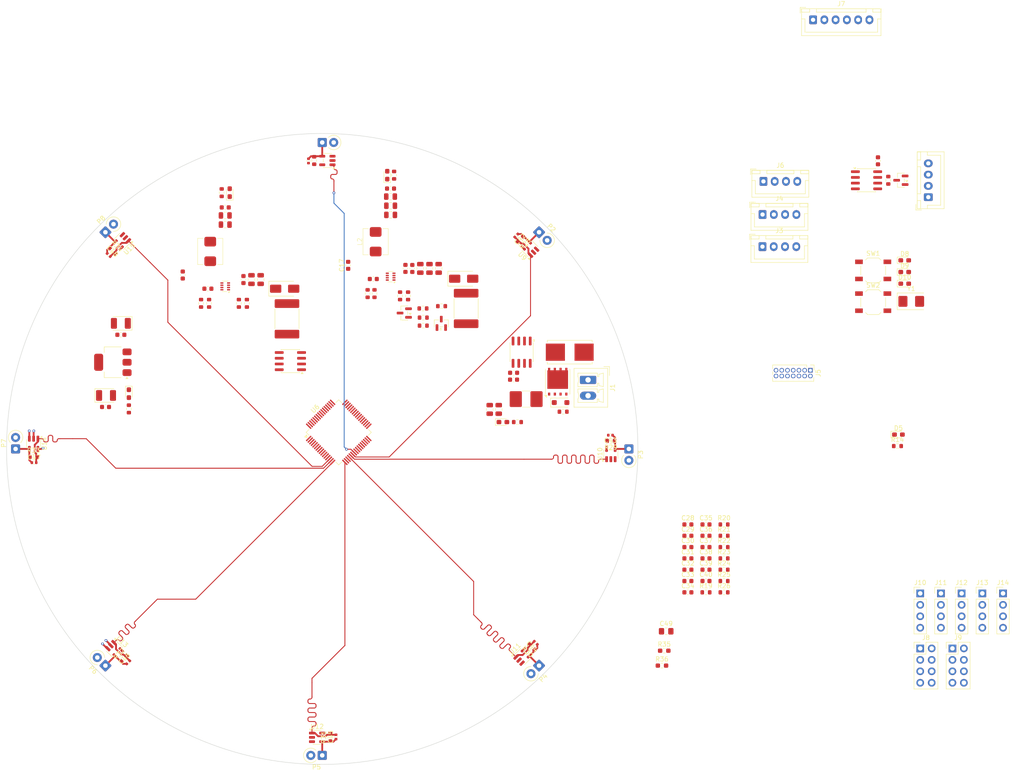
<source format=kicad_pcb>
(kicad_pcb (version 20241229) (generator "pcbnew") (generator_version "9.0")
  (layers (0 "F.Cu" signal) (2 "B.Cu" signal) (13 "F.Paste" user) (15 "B.Paste" user) (5 "F.SilkS" user "F.Silkscreen") (7 "B.SilkS" user "B.Silkscreen") (1 "F.Mask" user) (3 "B.Mask" user) (25 "Edge.Cuts" user))
  (net 0 "")
  (net 1 "Net-(U1-SW)")
  (net 2 "Net-(U1-BST)")
  (net 3 "GND")
  (net 4 "/Power/DC_CONV_IN")
  (net 5 "+5V")
  (net 6 "VCC")
  (net 7 "Net-(U1-SS)")
  (net 8 "+3V3")
  (net 9 "Net-(U5-BST)")
  (net 10 "Net-(U5-SW)")
  (net 11 "/Power/INV_CONV_IN")
  (net 12 "-5V")
  (net 13 "Net-(U5-SS)")
  (net 14 "Net-(U6-PD0)")
  (net 15 "Net-(U6-PD1)")
  (net 16 "/MCU/DBG_BTN")
  (net 17 "/MCU/NRST")
  (net 18 "Net-(P1-K)")
  (net 19 "/Photodiodes/PHO_0")
  (net 20 "/Photodiodes/PHO_1")
  (net 21 "Net-(P2-K)")
  (net 22 "/Photodiodes/PHO_2")
  (net 23 "Net-(P3-K)")
  (net 24 "/Photodiodes/PHO_3")
  (net 25 "Net-(P4-K)")
  (net 26 "Net-(P5-K)")
  (net 27 "/Photodiodes/PHO_4")
  (net 28 "Net-(P6-K)")
  (net 29 "/Photodiodes/PHO_5")
  (net 30 "Net-(P7-K)")
  (net 31 "/Photodiodes/PHO_6")
  (net 32 "Net-(P8-K)")
  (net 33 "/Photodiodes/PHO_7")
  (net 34 "/Photodiodes/V_{REF}")
  (net 35 "Net-(D1-A)")
  (net 36 "/Power/R_SHUNT_+")
  (net 37 "Net-(D2-A)")
  (net 38 "Net-(D3-A)")
  (net 39 "Net-(D4-K)")
  (net 40 "Net-(D5-A)")
  (net 41 "Net-(D6-A)")
  (net 42 "Net-(D7-A)")
  (net 43 "Net-(D8-A)")
  (net 44 "Net-(D9-A)")
  (net 45 "Net-(D10-A)")
  (net 46 "/Communication/RS485-")
  (net 47 "/Communication/RS485+")
  (net 48 "Net-(Q1-D)")
  (net 49 "/Power/VSUP+")
  (net 50 "/Communication/Li-Dar_TX")
  (net 51 "/Communication/Li-Dar_RX")
  (net 52 "/Communication/ESP32_TX")
  (net 53 "/Communication/ESP32_RX")
  (net 54 "/Communication/VCP_RX")
  (net 55 "/Communication/SWCLK")
  (net 58 "/Communication/VCP_TX")
  (net 60 "/Communication/SWDIO")
  (net 63 "/MCU/I2C1_SCL")
  (net 64 "/MCU/I2C1_SDA")
  (net 65 "/Communication/SPI_MISO")
  (net 66 "/Communication/SPI_SCK")
  (net 67 "/Communication/CS")
  (net 68 "/Communication/SPI_MOSI")
  (net 69 "/GPIO/GPIO_1")
  (net 71 "/GPIO/GPIO_2")
  (net 72 "/GPIO/GPIO_3")
  (net 73 "/GPIO/GPIO_4")
  (net 74 "/GPIO/GPIO_6")
  (net 75 "/GPIO/GPIO_7")
  (net 76 "/GPIO/GPIO_5")
  (net 77 "/GPIO/GPIO_8")
  (net 78 "/GPIO/GPIO_11")
  (net 79 "/GPIO/GPIO_9")
  (net 80 "/GPIO/GPIO_10")
  (net 81 "/GPIO/GPIO_15")
  (net 82 "/GPIO/GPIO_13")
  (net 83 "/GPIO/GPIO_12")
  (net 84 "/GPIO/GPIO_14")
  (net 85 "/GPIO/GPIO_17")
  (net 86 "/GPIO/GPIO_19")
  (net 87 "/GPIO/GPIO_16")
  (net 88 "/GPIO/GPIO_18")
  (net 89 "Net-(Q2-E)")
  (net 90 "Net-(Q2-B)")
  (net 91 "Net-(U1-EN)")
  (net 92 "Net-(U1-FB)")
  (net 93 "Net-(U3-K)")
  (net 94 "/Power/EN_INV")
  (net 95 "Net-(U3-REF)")
  (net 96 "Net-(U5-FB)")
  (net 97 "/MCU/BOOT")
  (net 98 "/MCU/DBG_LED2")
  (net 99 "/MCU/DBG_LED1")
  (net 100 "/MCU/DBG_LED0")
  (net 101 "/Communication/RS485_FC")
  (net 102 "/Communication/RS485_DI")
  (net 103 "/Communication/RS485_RO")
  (footprint "Package_QFP:LQFP-64_10x10mm_P0.5mm" (layer "F.Cu") (at 131.629315 111.563315 45)
    (property "Reference" "U6")
    (property "Value" "STM32F103RCTx")
  )
  (footprint "Connector_JST:JST_XH_B4B-XH-A_1x04_P2.50mm_Vertical" (layer "F.Cu") (at 225.612 63.229)
    (property "Reference" "J4")
    (property "Value" "ESP32_UART")
  )
  (footprint "LED_SMD:LED_0603_1608Metric_Pad1.05x0.95mm_HandSolder" (layer "F.Cu") (at 168.035246 109.28682)
    (property "Reference" "D5" (hide yes))
    (property "Value" "LED")
  )
  (footprint "Diode_THT:D_T-1_P2.54mm_Vertical_KathodeUp" (layer "F.Cu") (at 127.968893 47.244)
    (property "Reference" "P1" (hide yes))
    (property "Value" "BPV10NF")
  )
  (footprint "Capacitor_SMD:C_0603_1608Metric" (layer "F.Cu") (at 79.911 105.932)
    (property "Reference" "C13" (hide yes))
    (property "Value" "10u")
  )
  (footprint "Resistor_SMD:R_0603_1608Metric" (layer "F.Cu") (at 217.075 147.066)
    (property "Reference" "R26")
    (property "Value" "1.5k")
  )
  (footprint "Capacitor_SMD:C_0805_2012Metric" (layer "F.Cu") (at 114.308116 77.658056 90)
    (property "Reference" "C3" (hide yes))
    (property "Value" "10u")
  )
  (footprint "Capacitor_SMD:C_0402_1005Metric" (layer "F.Cu") (at 64.060893 118.292)
    (property "Reference" "C47")
    (property "Value" "2.7p")
  )
  (footprint "Capacitor_SMD:C_0603_1608Metric" (layer "F.Cu") (at 102.611116 79.690056 180)
    (property "Reference" "C10" (hide yes))
    (property "Value" "22n")
  )
  (footprint "Capacitor_SMD:C_0603_1608Metric" (layer "F.Cu") (at 133.7165 74.501 90)
    (property "Reference" "C17")
    (property "Value" "100n")
  )
  (footprint "Connector_PinHeader_1.27mm:PinHeader_2x07_P1.27mm_Vertical" (layer "F.Cu") (at 236.22 97.79 -90)
    (property "Reference" "J5")
    (property "Value" "Conn_ST_STDC14")
  )
  (footprint "Capacitor_SMD:C_0805_2012Metric" (layer "F.Cu") (at 165.110246 106.47532 -90)
    (property "Reference" "C9" (hide yes))
    (property "Value" "10u")
  )
  (footprint "Capacitor_SMD:C_0402_1005Metric" (layer "F.Cu") (at 84.934373 162.589042 45)
    (property "Reference" "C46")
    (property "Value" "2.7p")
  )
  (footprint "Connector_JST:JST_XH_B4B-XH-A_1x04_P2.50mm_Vertical" (layer "F.Cu") (at 225.806 55.88)
    (property "Reference" "J6")
    (property "Value" "I2C")
  )
  (footprint "Capacitor_SMD:C_0603_1608Metric" (layer "F.Cu") (at 146.4165 75.184 90)
    (property "Reference" "C22" (hide yes))
    (property "Value" "100n")
  )
  (footprint "Resistor_SMD:R_0603_1608Metric" (layer "F.Cu") (at 150.368 86.106 180)
    (property "Reference" "R8" (hide yes))
    (property "Value" "10k")
  )
  (footprint "Resistor_SMD:R_0603_1608Metric_Pad0.98x0.95mm_HandSolder" (layer "F.Cu") (at 203.3035 163.322)
    (property "Reference" "R36")
    (property "Value" "280")
  )
  (footprint "Resistor_SMD:R_0603_1608Metric" (layer "F.Cu") (at 150.368 87.884 180)
    (property "Reference" "R7" (hide yes))
    (property "Value" "51k")
  )
  (footprint "Capacitor_SMD:C_0603_1608Metric" (layer "F.Cu") (at 213.065 139.536)
    (property "Reference" "C38")
    (property "Value" "100n")
  )
  (footprint "Capacitor_Tantalum_SMD:CP_EIA-3528-21_Kemet-B" (layer "F.Cu") (at 83.312 87.376 180)
    (property "Reference" "C11" (hide yes))
    (property "Value" "100u")
  )
  (footprint "Resistor_SMD:R_0603_1608Metric" (layer "F.Cu") (at 111.260116 82.929056 -90)
    (property "Reference" "R2" (hide yes))
    (property "Value" "270k")
  )
  (footprint "Package_DFN_QFN:AO_DFN-8-1EP_5.55x5.2mm_P1.27mm_EP4.12x4.6mm" (layer "F.Cu") (at 180.186246 100.32332 90)
    (property "Reference" "Q1" (hide yes))
    (property "Value" "AON6407")
  )
  (footprint "Diode_SMD:D_SOD-123F" (layer "F.Cu") (at 180.820246 104.95132)
    (property "Reference" "D2" (hide yes))
    (property "Value" "BZT52B12")
  )
  (footprint "Connector_JST:JST_XH_B6B-XH-A_1x06_P2.50mm_Vertical" (layer "F.Cu") (at 236.812 20.026)
    (property "Reference" "J7")
    (property "Value" "SPI_IMU")
  )
  (footprint "Resistor_SMD:R_0603_1608Metric" (layer "F.Cu") (at 217.075 137.026)
    (property "Reference" "R22")
    (property "Value" "10k")
  )
  (footprint "Package_TO_SOT_SMD:SOT-23-5" (layer "F.Cu") (at 126.831394 179.246)
    (property "Reference" "U12")
    (property "Value" "OPA397DBVR")
  )
  (footprint "Capacitor_SMD:C_0603_1608Metric" (layer "F.Cu") (at 251.206 51.308 -90)
    (property "Reference" "C50" (hide yes))
    (property "Value" "100n")
  )
  (footprint "Connector_PinHeader_2.54mm:PinHeader_1x04_P2.54mm_Vertical" (layer "F.Cu") (at 278.936 147.302)
    (property "Reference" "J14")
    (property "Value" "Conn_01x04")
  )
  (footprint "Resistor_SMD:R_0603_1608Metric" (layer "F.Cu") (at 147.003 81.28 90)
    (property "Reference" "R9" (hide yes))
    (property "Value" "62k")
  )
  (footprint "Exit19_kicad_footprints:R_Shunt_2512" (layer "F.Cu") (at 173.186246 104.18932 180)
    (property "Reference" "R1" (hide yes))
    (property "Value" "2m")
  )
  (footprint "Resistor_SMD:R_0603_1608Metric" (layer "F.Cu") (at 105.672116 58.376556 90)
    (property "Reference" "R15" (hide yes))
    (property "Value" "4.7k")
  )
  (footprint "Resistor_SMD:R_0603_1608Metric" (layer "F.Cu") (at 217.075 134.516)
    (property "Reference" "R21")
    (property "Value" "2.2k")
  )
  (footprint "Capacitor_SMD:C_0805_2012Metric" (layer "F.Cu") (at 106.456116 63.434056)
    (property "Reference" "C6" (hide yes))
    (property "Value" "22u")
  )
  (footprint "Diode_THT:D_T-1_P2.54mm_Vertical_KathodeUp" (layer "F.Cu") (at 79.885631 163.327261 135)
    (property "Reference" "P6")
    (property "Value" "BPV10NF")
  )
  (footprint "LED_SMD:LED_0603_1608Metric_Pad1.05x0.95mm_HandSolder" (layer "F.Cu") (at 142.3845 54.497 90)
    (property "Reference" "D4" (hide yes))
    (property "Value" "LED")
  )
  (footprint "Capacitor_SMD:C_0603_1608Metric" (layer "F.Cu") (at 97.036116 76.655056 90)
    (property "Reference" "C1" (hide yes))
    (property "Value" "100n")
  )
  (footprint "Button_Switch_SMD:SW_SPST_TL3342" (layer "F.Cu") (at 250.142 82.676)
    (property "Reference" "SW2")
    (property "Value" "RST")
  )
  (footprint "Resistor_SMD:R_0603_1608Metric" (layer "F.Cu") (at 253.492 55.626 -90)
    (property "Reference" "R37" (hide yes))
    (property "Value" "120R")
  )
  (footprint "Diode_THT:D_T-1_P2.54mm_Vertical_KathodeUp" (layer "F.Cu") (at 59.968893 115.244 90)
    (property "Reference" "P7")
    (property "Value" "BPV10NF")
  )
  (footprint "Connector_JST:JST_XH_B4B-XH-A_1x04_P2.50mm_Vertical" (layer "F.Cu") (at 262.365 59.376 90)
    (property "Reference" "J2" (hide yes))
    (property "Value" "Dynamixel")
  )
  (footprint "Capacitor_SMD:C_0402_1005Metric" (layer "F.Cu") (at 124.920893 51.336 -90)
    (property "Reference" "C41" (hide yes))
    (property "Value" "2.7p")
  )
  (footprint "Fuse:Fuse_2920_7451Metric" (layer "F.Cu") (at 159.8785 84.074 90)
    (property "Reference" "F3" (hide yes))
    (property "Value" "2A")
  )
  (footprint "Fuse:Fuse_2920_7451Metric" (layer "F.Cu") (at 120.150116 86.379556 90)
    (property "Reference" "F2" (hide yes))
    (property "Value" "2A")
  )
  (footprint "Connector_PinHeader_2.54mm:PinHeader_1x04_P2.54mm_Vertical" (layer "F.Cu") (at 269.756 147.302)
    (property "Reference" "J12")
    (property "Value" "Conn_01x04")
  )
  (footprint "Resistor_SMD:R_0603_1608Metric" (layer "F.Cu") (at 83.972001 161.755363 45)
    (property "Reference" "R32")
    (property "Value" "39k")
  )
  (footprint "LED_SMD:LED_0603_1608Metric_Pad1.05x0.95mm_HandSolder" (layer "F.Cu") (at 257.137 78.576)
    (property "Reference" "D10")
    (property "Value" "BLUE")
  )
  (footprint "LED_SMD:LED_0603_1608Metric_Pad1.05x0.95mm_HandSolder" (layer "F.Cu") (at 85.09 102.983 -90)
    (property "Reference" "D7" (hide yes))
    (property "Value" "LED")
  )
  (footprint "Capacitor_SMD:C_0805_2012Metric" (layer "F.Cu") (at 149.7185 75.184 90)
    (property "Reference" "C18" (hide yes))
    (property "Value" "10u")
  )
  (footprint "Capacitor_SMD:C_0603_1608Metric" (layer "F.Cu") (at 209.055 142.046)
    (property "Reference" "C32")
    (property "Value" "100n")
  )
  (footprint "Resistor_SMD:R_0603_1608Metric" (layer "F.Cu") (at 191.967893 113.466001 180)
    (property "Reference" "R29")
    (property "Value" "39k")
  )
  (footprint "Resistor_SMD:R_0603_1608Metric" (layer "F.Cu") (at 63.969893 117.022)
    (property "Reference" "R33")
    (property "Value" "39k")
  )
  (footprint "Capacitor_SMD:C_0805_2012Metric" (layer "F.Cu") (at 106.456116 65.466056)
    (property "Reference" "C7" (hide yes))
    (property "Value" "22u")
  )
  (footprint "Connector_Phoenix_MC:PhoenixContact_MCV_1,5_2-G-3.5_1x02_P3.50mm_Vertical" (layer "F.Cu") (at 186.916246 99.92732 -90)
    (property "Reference" "J1")
    (property "Value" "12V IN")
  )
  (footprint "Capacitor_SMD:C_0603_1608Metric" (layer "F.Cu") (at 209.055 134.516)
    (property "Reference" "C29")
    (property "Value" "100n")
  )
  (footprint "Diode_SMD:D_SMA" (layer "F.Cu") (at 119.642116 79.690056)
    (property "Reference" "D1" (hide yes))
    (property "Value" "SS34")
  )
  (footprint "Connector_PinHeader_2.54mm:PinHeader_1x04_P2.54mm_Vertical" (layer "F.Cu") (at 260.576 147.302)
    (property "Reference" "J10")
    (property "Value" "Conn_01x04")
  )
  (footprint "Package_TO_SOT_SMD:SOT-23-5" (layer "F.Cu") (at 83.516977 69.183416 -135)
    (property "Reference" "U15")
    (property "Value" "OPA397DBVR")
  )
  (footprint "Package_SO:SOIC-8_3.9x4.9mm_P1.27mm" (layer "F.Cu") (at 248.666 55.626)
    (property "Reference" "U16" (hide yes))
    (property "Value" "SP3485CN")
  )
  (footprint "Package_TO_SOT_SMD:SOT-23" (layer "F.Cu") (at 154.369 87.376 90)
    (property "Reference" "U3" (hide yes))
    (property "Value" "LM431BMC3")
  )
  (footprint "Resistor_SMD:R_0603_1608Metric" (layer "F.Cu") (at 217.075 139.536)
    (property "Reference" "R23")
    (property "Value" "10k")
  )
  (footprint "Resistor_SMD:R_0603_1608Metric" (layer "F.Cu") (at 81.457529 71.247108 -45)
    (property "Reference" "R34")
    (property "Value" "39k")
  )
  (footprint "Capacitor_SMD:C_0603_1608Metric" (layer "F.Cu") (at 213.065 134.516)
    (property "Reference" "C36")
    (property "Value" "33p")
  )
  (footprint "Capacitor_SMD:C_0805_2012Metric_Pad1.18x1.45mm_HandSolder" (layer "F.Cu") (at 204.2375 155.702)
    (property "Reference" "C49")
    (property "Value" "1u")
  )
  (footprint "Package_TO_SOT_SMD:SOT-23-5" (layer "F.Cu") (at 81.908309 159.695915 -45)
    (property "Reference" "U13")
    (property "Value" "OPA397DBVR")
  )
  (footprint "Resistor_SMD:R_0603_1608Metric" (layer "F.Cu") (at 143.9085 54.497 -90)
    (property "Reference" "R13" (hide yes))
    (property "Value" "4.7k")
  )
  (footprint "Package_TO_SOT_SMD:SOT-583-8" (layer "F.Cu") (at 143.1365 77.016 180)
    (property "Reference" "U5" (hide yes))
    (property "Value" "TPS62933")
  )
  (footprint "Capacitor_SMD:C_0805_2012Metric" (layer "F.Cu") (at 143.1145 59.248)
    (property "Reference" "C26" (hide yes))
    (property "Value" "22u")
  )
  (footprint "Package_TO_SOT_SMD:SOT-23-5" (layer "F.Cu") (at 191.970893 116.3815 90)
    (property "Reference" "U10")
    (property "Value" "OPA397DBVR")
  )
  (footprint "Diode_THT:D_T-1_P2.54mm_Vertical_KathodeUp" (layer "F.Cu") (at 79.885631 67.160738 45)
    (property "Reference" "P8")
    (property "Value" "BPV10NF")
  )
  (footprint "Capacitor_SMD:C_0805_2012Metric" (layer "F.Cu") (at 153.7825 75.184 90)
    (property "Reference" "C19" (hide yes))
    (property "Value" "10u")
  )
  (footprint "Resistor_SMD:R_0603_1608Metric" (layer "F.Cu") (at 181.391246 106.98332 180)
    (property "Reference" "R6" (hide yes))
    (property "Value" "10k")
  )
  (footprint "Capacitor_SMD:C_0603_1608Metric" (layer "F.Cu") (at 106.456116 61.656056)
    (property "Reference" "C5" (hide yes))
    (property "Value" "100n")
  )
  (footprint "Resistor_SMD:R_0603_1608Metric" (layer "F.Cu") (at 217.075 142.046)
    (property "Reference" "R24")
    (property "Value" "2.2k")
  )
  (footprint "Resistor_SMD:R_0603_1608Metric" (layer "F.Cu") (at 171.965784 68.732636 -135)
    (property "Reference" "R28")
    (property "Value" "39k")
  )
  (footprint "Resistor_SMD:R_0603_1608Metric" (layer "F.Cu") (at 129.746893 179.243 90)
    (property "Reference" "R31")
    (property "Value" "39k")
  )
  (footprint "Capacitor_SMD:C_0402_1005Metric" (layer "F.Cu") (at 171.003412 67.898957 -135)
    (property "Reference" "C42")
    (property "Value" "2.7p")
  )
  (footprint "Exit19_kicad_footprints:Inductor_TKD_SPM5030VT" (layer "F.Cu") (at 139.8125 69.265 90)
    (property "Reference" "L2")
    (property "Value" "3.3u")
  )
  (footprint "Resistor_SMD:R_0603_1608Metric" (layer "F.Cu") (at 150.305 84.074)
    (property "Reference" "R10" (hide yes))
    (property "Value" "20k")
  )
  (footprint "Capacitor_SMD:C_0603_1608Metric" (layer "F.Cu") (at 83.312 89.916 180)
    (property "Reference" "C12" (hide yes))
    (property "Value" "10u")
  )
  (footprint "Capacitor_SMD:C_0603_1608Metric" (layer "F.Cu") (at 209.055 139.536)
    (property "Reference" "C31")
    (property "Value" "100n")
  )
  (footprint "Capacitor_SMD:C_0805_2012Metric" (layer "F.Cu") (at 112.276116 77.658056 90)
    (property "Reference" "C2" (hide yes))
    (property "Value" "10u")
  )
  (footprint "LED_SMD:LED_0603_1608Metric_Pad1.05x0.95mm_HandSolder" (layer "F.Cu") (at 257.137 73.396)
    (property "Reference" "D8")
    (property "Value" "RED")
  )
  (footprint "Resistor_SMD:R_0603_1608Metric" (layer "F.Cu") (at 85.09 106.363 90)
    (property "Reference" "R16" (hide yes))
    (property "Value" "2.2k")
  )
  (footprint "Resistor_SMD:R_0603_1608Metric" (layer "F.Cu") (at 213.065 147.066)
    (property "Reference" "R19")
    (property "Value" "10k")
  )
  (footprint "Diode_THT:D_T-1_P2.54mm_Vertical_KathodeUp" (layer "F.Cu") (at 176.052154 163.327261 -135)
    (property "Reference" "P4")
    (property "Value" "BPV10NF")
  )
  (footprint "Resistor_SMD:R_0603_1608Metric" (layer "F.Cu") (at 138.0345 80.772 90)
    (property "Reference" "R18" (hide yes))
    (property "Value" "6.2k")
  )
  (footprint "Capacitor_SMD:C_0805_2012Metric" (layer "F.Cu") (at 143.1365 61.28)
    (property "Reference" "C25" (hide yes))
    (property "Value" "22u")
  )
  (footprint "Package_TO_SOT_SMD:SOT-223-3_TabPin2" (layer "F.Cu") (at 81.534 96.012 180)
    (property "Reference" "U2" (hide yes))
    (property "Value" "TLV761")
  )
  (footprint "Resistor_SMD:R_0603_1608Metric" (layer "F.Cu") (at 171.259246 109.28682 180)
    (property "Reference" "R14" (hide yes))
    (property "Value" "14k")
  )
  (footprint "Connector_PinHeader_2.54mm:PinHeader_2x04_P2.54mm_Vertical" (layer "F.Cu") (at 267.716 159.512)
    (property "Reference" "J9")
    (property "Value" "Conn_02x04_Odd_Even")
  )
  (footprint "Capacitor_SMD:C_0402_1005Metric" (layer "F.Cu") (at 80.62385 72.20948 -45)
    (property "Reference" "C48")
    (property "Value" "2.7p")
  )
  (footprint "Resistor_SMD:R_0603_1608Metric" (layer "F.Cu") (at 101.100116 82.929056 -90)
    (property "Reference" "R3" (hide yes))
    (property "Value" "33k")
  )
  (footprint "Capacitor_SMD:C_0603_1608Metric" (layer "F.Cu") (at 213.065 142.046)
    (property "Reference" "C39")
    (property "Value" "100n")
  )
  (footprint "Connector_PinHeader_2.54mm:PinHeader_2x04_P2.54mm_Vertical" (layer "F.Cu") (at 260.576 159.512)
    (property "Reference" "J8")
    (property "Value" "Conn_02x04_Odd_Even")
  )
  (footprint "Resistor_SMD:R_0603_1608Metric" (layer "F.Cu") (at 139.5585 80.772 90)
    (property "Reference" "R17" (hide yes))
    (property "Value" "33k")
  )
  (footprint "Exit19_kicad_footprints:Inductor_TKD_SPM5030VT" (layer "F.Cu") (at 103.132116 71.419056 90)
    (property "Reference" "L1" (hide yes))
    (property "Value" "3.3u")
  )
  (footprint "Resistor_SMD:R_0603_1608Metric_Pad0.98x0.95mm_HandSolder" (layer "F.Cu") (at 203.8115 160.02)
    (property "Reference" "R35")
    (property "Value" "13.7k")
  )
  (footprint "Capacitor_SMD:C_0603_1608Metric" (layer "F.Cu") (at 213.065 132.006)
    (property "Reference" "C35")
    (property "Value" "1u")
  )
  (footprint "LED_SMD:LED_0603_1608Metric_Pad1.05x0.95mm_HandSolder" (layer "F.Cu") (at 255.743 112.06)
    (property "Reference" "D5")
    (property "Value" "LED")
  )
  (footprint "Capacitor_SMD:C_0603_1608Metric" (layer "F.Cu") (at 213.065 137.026)
    (property "Reference" "C37")
    (property "Value" "33p")
  )
  (footprint "Resistor_SMD:R_0603_1608Metric" (layer "F.Cu") (at 217.075 132.006)
    (property "Reference" "R20")
    (property "Value" "2.2k")
  )
  (footprint "Capacitor_SMD:C_0603_1608Metric" (layer "F.Cu") (at 143.1145 57.47)
    (property "Reference" "C23" (hide yes))
    (property "Value" "100n")
  )
  (footprint "Connector_PinHeader_2.54mm:PinHeader_1x04_P2.54mm_Vertical" (layer "F.Cu") (at 265.166 147.302)
    (property "Reference" "J11")
    (property "Value" "Conn_01x04")
  )
  (footprint "Capacitor_SMD:C_0805_2012Metric" (layer "F.Cu") (at 143.1365 63.312)
    (property "Reference" "C24" (hide yes))
    (property "Value" "22u")
  )
  (footprint "LED_SMD:LED_0603_1608Metric_Pad1.05x0.95mm_HandSolder" (layer "F.Cu") (at 257.137 75.986)
    (property "Reference" "D9")
    (property "Value" "BLUE")
  )
  (footprint "Capacitor_SMD:C_0603_1608Metric" (layer "F.Cu") (at 110.498116 77.658056 90)
    (property "Reference" "C4" (hide yes))
    (property "Value" "100n")
  )
  (footprint "Diode_THT:D_T-1_P2.54mm_Vertical_KathodeUp" (layer "F.Cu") (at 195.968893 115.244 -90)
    (property "Reference" "P3")
    (property "Value" "BPV10NF")
  )
  (footprint "Resistor_SMD:R_0603_1608Metric" (layer "F.Cu") (at 102.878116 82.929056 -90)
    (property "Reference" "R5" (hide yes))
    (property "Value" "6.2k")
  )
  (footprint "Resistor_SMD:R_0603_1608Metric" (layer "F.Cu") (at 255.528 114.61)
    (property "Reference" "R14")
    (property "Value" "14k")
  )
  (footprint "Diode_SMD:D_SMA" (layer "F.Cu") (at 159.3385 77.47)
    (property "Reference" "D3" (hide yes))
    (property "Value" "SS34")
  )
  (footprint "Capacitor_SMD:C_0603_1608Metric" (layer "F.Cu") (at 139.2915 77.536 180)
    (property "Reference" "C27" (hide yes))
    (property "Value" "22n")
  )
  (footprint "Capacitor_SMD:C_0805_2012Metric" (layer "F.Cu") (at 167.104246 106.47532 -90)
    (property "Reference" "C8" (hide yes))
    (property "Value" "10u")
  )
  (footprint "Capacitor_SMD:C_0603_1608Metric" (layer "F.Cu") (at 209.055 147.066)
    (property "Reference" "C34")
    (property "Value" "10n")
  )
  (footprint "Resistor_SMD:R_0603_1608Metric" (layer "F.Cu") (at 217.075 144.556)
    (property "Reference" "R25")
    (property "Value" "1.5k")
  )
  (footprint "LED_SMD:LED_0603_1608Metric_Pad1.05x0.95mm_HandSolder" (layer "F.Cu") (at 107.450116 58.376556 90)
    (property "Reference" "D6" (hide yes))
    (property "Value" "LED")
  )
  (footprint "Capacitor_SMD:C_0603_1608Metric" (layer "F.Cu") (at 213.065 144.556)
    (property "Reference" "C40")
    (property "Value" "100n")
  )
  (footprint "Resistor_SMD:R_0603_1608Metric" (layer "F.Cu") (at 145.225 81.28 -90)
    (property "Reference" "R11" (hide yes))
    (property "Value" "12k")
  )
  (footprint "Package_TO_SOT_SMD:SOT-23" (layer "F.Cu") (at 256.286 55.626 180)
    (property "Reference" "D11" (hide yes))
    (property "Value" "SM712_SOT23")
  )
  (footprint "Capacitor_SMD:C_0805_2012Metric" (layer "F.Cu") (at 151.7505 75.184 90)
    (property "Reference" "C20" (hide yes))
    (property "Value" "10u")
  )
  (footprint "Package_TO_SOT_SMD:SOT-23-5" (layer "F.Cu") (at 129.106393 51.242 180)
    (property "Reference" "U8" (hide yes))
    (property "Value" "OPA397DBVR")
  )
  (footprint "Resistor_SMD:R_0603_1608Metric" (layer "F.Cu") (at 109.482116 82.929056 -90)
    (property "Reference" "R4" (hide yes))
    (property "Value" "470k")
  )
  (footprint "Package_TO_SOT_SMD:SOT-23-5" (layer "F.Cu") (at 174.029476 70.792084 135)
    (property "Reference" "U9")
    (property "Value" "OPA397DBVR")
  )
  (footprint "Fuse:Fuseholder_Littelfuse_Nano2_154x" (layer "F.Cu") (at 182.852246 93.77532 180)
    (property "Reference" "F1" (hide yes))
    (property "Value" "10A")
  )
  (footprint "Capacitor_SMD:C_0603_1608Metric" (layer "F.Cu") (at 170.393246 99.87132)
    (property "Reference" "C15" (hide yes))
    (property "Value" "10u")
  )
  (footprint "Diode_THT:D_T-1_P2.54mm_Vertical_KathodeUp" (layer "F.Cu") (at 176.052154 67.160738 -45)
    (property "Reference" "P2")
    (property "Value" "BPV10NF")
  )
  (footprint "Connector_JST:JST_XH_B4B-XH-A_1x04_P2.50mm_Vertical" (layer "F.Cu") (at 225.592 70.358)
    (property "Reference" "J3")
    (property "Value" "Li-Dar_UART")
  )
  (footprint "Capacitor_SMD:C_0402_1005Metric" (layer "F.Cu") (at 175.313935 158.278519 135)
    (property "Reference" "C44")
    (property "Value" "2.7p")
  )
  (footprint "Package_TO_SOT_SMD:SOT-23-5" (layer "F.Cu") (at 172.420808 161.304583 45)
    (property "Reference" "U11")
    (property "Value" "OPA397DBVR")
  )
  (footprint "Capacitor_SMD:C_0603_1608Metric" (layer "F.Cu") (at 147.9405 75.197 90)
    (property "Reference" "C21" (hide yes))
    (property "Value" "100n")
  )
  (footprint "Capacitor_SMD:C_0603_1608Metric" (layer "F.Cu") (at 209.055 132.006)
    (property "Reference" "C28")
    (property "Value" "4.7u")
  )
  (footprint "Resistor_SMD:R_0603_1608Metric" (layer "F.Cu") (at 126.190893 51.245 -90)
    (property "Reference" "R27" (hide yes))
    (property "Value" "39k")
  )
  (footprint "Package_TO_SOT_SMD:SOT-23-5" (layer "F.Cu") (at 63.966893 114.106501 -90)
    (property "Reference" "U14")
    (property "Value" "OPA397DBVR")
  )
  (footprint "Package_TO_SOT_SMD:SOT-23" (layer "F.Cu") (at 146.1625 85.09 180)
    (property "Reference" "Q2" (hide yes))
    (property "Value" "S9015")
  )
  (footprint "Capacitor_SMD:C_0603_1608Metric" (layer "F.Cu") (at 209.055 137.026)
    (property "Reference" "C30")
    (property "Value" "100n")
  )
  (footprint "Button_Switch_SMD:SW_SPST_TL3342" (layer "F.Cu") (at 250.142 75.626)
    (property "Reference" "SW1")
    (property "Value" "DBG_BUTT")
  )
  (footprint "Resistor_SMD:R_0603_1608Metric" (layer "F.Cu") (at 154.432 83.566 180)
    (property "Reference" "R12" (hide yes))
    (property "Value" "10k")
  )
  (footprint "Capacitor_Tantalum_SMD:CP_EIA-3528-21_Kemet-B" (layer "F.Cu") (at 80.026 103.378)
    (property "Reference" "C14" (hide yes))
    (property "Value" "100u")
  )
  (footprint "Package_SO:SOIC-8_3.9x4.9mm_P1.27mm" (layer "F.Cu") (at 172.184246 93.77532 -90)
    (property "Reference" "U4" (hide yes))
    (property "Value" "INA219AxD")
  )
  (footprint "Package_TO_SOT_SMD:SOT-583-8" (layer "F.Cu") (at 106.456116 79.170056 180)
    (property "Reference" "U1" (hide yes))
    (property "Value" "TPS62933")
  )
  (footprint "Resistor_SMD:R_0603_1608Metric" (layer "F.Cu") (at 174.480256 159.240891 135)
    (property "Reference" "R30")
    (property "Value" "39k")
  )
  (footprint "Capacitor_SMD:C_0603_1608Metric" (layer "F.Cu") (at 170.406246 98.34732)
    (property "Reference" "C16" (hide yes))
    (property "Value" "100n")
  )
  (footprint "Capacitor_SMD:C_0402_1005Metric" (layer "F.Cu") (at 191.876893 112.196001 180)
    (property "Reference" "C43")
    (property "Value" "2.7p")
  )
  (footprint "Capacitor_SMD:C_0603_1608Metric" (layer "F.Cu") (at 209.055 144.556)
    (property "Reference" "C33")
    (property "Value" "100n")
  )
  (footprint "Connector_PinHeader_2.54mm:PinHeader_1x04_P2.54mm_Vertical" (layer "F.Cu") (at 274.346 147.302)
    (property "Reference" "J13")
    (property "Value" "Conn_01x04")
  )
  (footprint "Diode_THT:D_T-1_P2.54mm_Vertical_KathodeUp" (layer "F.Cu") (at 127.968893 183.244 180)
    (property "Reference" "P5")
    (property "Value" "BPV10NF")
  )
  (footprint "Crystal:Crystal_SMD_5032-2Pin_5.0x3.2mm" (layer "F.Cu") (at 258.587 82.496)
    (property "Reference" "Y1")
    (property "Value" "8MHz")
  )
  (footprint "Package_SO:SOIC-8_3.9x4.9mm_P1.27mm" (layer "F.Cu") (at 120.904 95.758 180)
    (property "Reference" "U7" (hide yes))
    (property "Value" "FM24C64B")
  )
  (footprint "Capacitor_SMD:C_0402_1005Metric" (layer "F.Cu") (at 131.016893 179.152001 90)
    (property "Reference" "C45")
    (property "Value" "2.7p")
  )
  (gr_circle (center 127.968893 115.244) (end 197.968893 115.244) (stroke (width 0.1)) (fill no) (layer "Edge.Cuts"))
  (segment (start 64.916893 115.244001) (end 65.857999 115.244001) (width 0.4) (layer "F.Cu") (net 5))
  (segment (start 65.857999 115.244001) (end 66.04 115.062) (width 0.4) (layer "F.Cu") (net 5))
  (via (at 66.04 115.062) (size 0.6) (drill 0.3) (layers "F.Cu" "B.Cu") (net 5))
  (segment (start 63.966893 112.969001) (end 63.966893 111.293107) (width 0.4) (layer "F.Cu") (net 12))
  (segment (start 80.01 157.734) (end 81.103975 158.827975) (width 0.4) (layer "F.Cu") (net 12))
  (segment (start 63.966893 111.293107) (end 64.008 111.252) (width 0.4) (layer "F.Cu") (net 12))
  (segment (start 81.103975 158.827975) (end 81.103975 158.891581) (width 0.4) (layer "F.Cu") (net 12))
  (via (at 64.008 111.252) (size 0.6) (drill 0.3) (layers "F.Cu" "B.Cu") (net 12))
  (via (at 80.01 157.734) (size 0.6) (drill 0.3) (layers "F.Cu" "B.Cu") (net 12))
  (segment (start 125.484893 50.292) (end 124.920893 50.856) (width 0.4) (layer "F.Cu") (net 18))
  (segment (start 127.968893 47.244) (end 127.968893 50.292) (width 0.4) (layer "F.Cu") (net 18))
  (segment (start 127.968893 50.292) (end 125.484893 50.292) (width 0.4) (layer "F.Cu") (net 18))
  (segment (start 130.908148 54.339585) (end 130.556 54.339585) (width 0.2) (layer "F.Cu") (net 19))
  (segment (start 130.556 58.206067) (end 130.556 58.42) (width 0.2) (layer "F.Cu") (net 19))
  (segment (start 129.851802 54.691684) (end 129.851802 54.987486) (width 0.2) (layer "F.Cu") (net 19))
  (segment (start 130.556 52.504107) (end 130.556 52.939585) (width 0.2) (layer "F.Cu") (net 19))
  (segment (start 130.556 54.339585) (end 130.203901 54.339585) (width 0.2) (layer "F.Cu") (net 19))
  (segment (start 133.35 115.316) (end 134.32134 115.316) (width 0.2) (layer "F.Cu") (net 19))
  (segment (start 130.556 55.691684) (end 130.556 55.939585) (width 0.2) (layer "F.Cu") (net 19))
  (segment (start 134.32134 115.316) (end 135.111816 116.106476) (width 0.2) (layer "F.Cu") (net 19))
  (segment (start 130.243893 52.192) (end 130.556 52.504107) (width 0.2) (layer "F.Cu") (net 19))
  (segment (start 131.260296 53.643881) (end 131.260296 53.987437) (width 0.2) (layer "F.Cu") (net 19))
  (segment (start 130.556 55.939585) (end 130.556 58.206067) (width 0.2) (layer "F.Cu") (net 19))
  (via (at 130.556 58.42) (size 0.6) (drill 0.3) (layers "F.Cu" "B.Cu") (net 19))
  (via (at 133.35 115.316) (size 0.6) (drill 0.3) (layers "F.Cu" "B.Cu") (net 19))
  (arc (start 131.260296 53.987437) (mid 131.157154 54.236443) (end 130.908148 54.339585) (width 0.2) (layer "F.Cu") (net 19))
  (arc (start 130.203901 54.339585) (mid 129.954929 54.442712) (end 129.851802 54.691684) (width 0.2) (layer "F.Cu") (net 19))
  (arc (start 130.908148 53.291733) (mid 131.157154 53.394875) (end 131.260296 53.643881) (width 0.2) (layer "F.Cu") (net 19))
  (arc (start 129.851802 54.987486) (mid 129.954929 55.236458) (end 130.203901 55.339585) (width 0.2) (layer "F.Cu") (net 19))
  (arc (start 130.556 52.939585) (mid 130.659142 53.188591) (end 130.908148 53.291733) (width 0.2) (layer "F.Cu") (net 19))
  (arc (start 130.203901 55.339585) (mid 130.452873 55.442712) (end 130.556 55.691684) (width 0.2) (layer "F.Cu") (net 19))
  (segment (start 132.842 114.808) (end 133.35 115.316) (width 0.2) (layer "B.Cu") (net 19))
  (segment (start 130.556 60.706) (end 132.842 62.992) (width 0.2) (layer "B.Cu") (net 19))
  (segment (start 132.842 62.992) (end 132.842 114.808) (width 0.2) (layer "B.Cu") (net 19))
  (segment (start 130.556 58.42) (end 130.556 60.706) (width 0.2) (layer "B.Cu") (net 19))
  (segment (start 173.6936 71.799713) (end 174.162058 72.26817) (width 0.4) (layer "F.Cu") (net 20))
  (segment (start 170.664 68.238369) (end 172.062737 69.637105) (width 0.4) (layer "F.Cu") (net 20))
  (segment (start 174.162059 85.679941) (end 174.162059 72.268169) (width 0.2) (layer "F.Cu") (net 20))
  (segment (start 172.522356 69.637105) (end 173.6936 70.808349) (width 0.4) (layer "F.Cu") (net 20))
  (segment (start 173.6936 70.808349) (end 173.6936 71.799713) (width 0.4) (layer "F.Cu") (net 20))
  (segment (start 135.330187 117.031953) (end 142.810047 117.031953) (width 0.2) (layer "F.Cu") (net 20))
  (segment (start 142.810047 117.031953) (end 174.162059 85.679941) (width 0.2) (layer "F.Cu") (net 20))
  (segment (start 172.062737 69.637105) (end 172.522356 69.637105) (width 0.4) (layer "F.Cu") (net 20))
  (segment (start 134.758263 116.460029) (end 135.330187 117.031953) (width 0.2) (layer "F.Cu") (net 20))
  (segment (start 172.140439 67.559546) (end 171.342823 67.559546) (width 0.4) (layer "F.Cu") (net 21))
  (segment (start 173.896893 69.315999) (end 172.140439 67.559546) (width 0.4) (layer "F.Cu") (net 21))
  (segment (start 176.052154 67.160738) (end 173.896893 69.315999) (width 0.4) (layer "F.Cu") (net 21))
  (segment (start 182.25892 117.519) (end 182.25892 117.000569) (width 0.2) (layer "F.Cu") (net 22))
  (segment (start 184.25892 118.037407) (end 184.25892 117.519) (width 0.2) (layer "F.Cu") (net 22))
  (segment (start 180.25892 118.037407) (end 180.25892 117.519) (width 0.2) (layer "F.Cu") (net 22))
  (segment (start 179.25892 117.000569) (end 179.25892 117.119) (width 0.2) (layer "F.Cu") (net 22))
  (segment (start 181.85892 116.600569) (end 181.65892 116.600569) (width 0.2) (layer "F.Cu") (net 22))
  (segment (start 180.25892 117.119) (end 180.25892 117.000569) (width 0.2) (layer "F.Cu") (net 22))
  (segment (start 182.25892 118.037407) (end 182.25892 117.519) (width 0.2) (layer "F.Cu") (net 22))
  (segment (start 183.25892 117.000569) (end 183.25892 117.519) (width 0.2) (layer "F.Cu") (net 22))
  (segment (start 185.25892 117.000569) (end 185.25892 117.519) (width 0.2) (layer "F.Cu") (net 22))
  (segment (start 186.85892 118.437407) (end 186.65892 118.437407) (width 0.2) (layer "F.Cu") (net 22))
  (segment (start 188.25892 117.519) (end 188.25892 117.000569) (width 0.2) (layer "F.Cu") (net 22))
  (segment (start 184.25892 117.519) (end 184.25892 117.000569) (width 0.2) (layer "F.Cu") (net 22))
  (segment (start 180.85892 118.437407) (end 180.65892 118.437407) (width 0.2) (layer "F.Cu") (net 22))
  (segment (start 188.25892 118.037407) (end 188.25892 117.919) (width 0.2) (layer "F.Cu") (net 22))
  (segment (start 187.25892 117.000569) (end 187.25892 117.519) (width 0.2) (layer "F.Cu") (net 22))
  (segment (start 186.25892 117.519) (end 186.25892 117.000569) (width 0.2) (layer "F.Cu") (net 22))
  (segment (start 186.25892 118.037407) (end 186.25892 117.519) (width 0.2) (layer "F.Cu") (net 22))
  (segment (start 188.85892 118.437407) (end 188.65892 118.437407) (width 0.2) (layer "F.Cu") (net 22))
  (segment (start 185.25892 117.519) (end 185.25892 118.037407) (width 0.2) (layer "F.Cu") (net 22))
  (segment (start 187.25892 117.519) (end 187.25892 118.037407) (width 0.2) (layer "F.Cu") (net 22))
  (segment (start 135.110126 117.519) (end 134.404709 116.813583) (width 0.2) (layer "F.Cu") (net 22))
  (segment (start 178.65892 117.519) (end 172.72 117.519) (width 0.2) (layer "F.Cu") (net 22))
  (segment (start 179.85892 116.600569) (end 179.65892 116.600569) (width 0.2) (layer "F.Cu") (net 22))
  (segment (start 178.85892 117.519) (end 178.65892 117.519) (width 0.2) (layer "F.Cu") (net 22))
  (segment (start 172.72 117.519) (end 135.110126 117.519) (width 0.2) (layer "F.Cu") (net 22))
  (segment (start 185.85892 116.600569) (end 185.65892 116.600569) (width 0.2) (layer "F.Cu") (net 22))
  (segment (start 183.25892 117.519) (end 183.25892 118.037407) (width 0.2) (layer "F.Cu") (net 22))
  (segment (start 181.25892 117.519) (end 181.25892 118.037407) (width 0.2) (layer "F.Cu") (net 22))
  (segment (start 183.85892 116.600569) (end 183.65892 116.600569) (width 0.2) (layer "F.Cu") (net 22))
  (segment (start 180.25892 117.519) (end 180.25892 117.119) (width 0.2) (layer "F.Cu") (net 22))
  (segment (start 184.85892 118.437407) (end 184.65892 118.437407) (width 0.2) (layer "F.Cu") (net 22))
  (segment (start 181.25892 117.000569) (end 181.25892 117.519) (width 0.2) (layer "F.Cu") (net 22))
  (segment (start 191.020893 117.519) (end 189.65892 117.519) (width 0.2) (layer "F.Cu") (net 22))
  (segment (start 189.25892 117.919) (end 189.25892 118.037407) (width 0.2) (layer "F.Cu") (net 22))
  (segment (start 188.25892 117.919) (end 188.25892 117.519) (width 0.2) (layer "F.Cu") (net 22))
  (segment (start 187.85892 116.600569) (end 187.65892 116.600569) (width 0.2) (layer "F.Cu") (net 22))
  (segment (start 182.85892 118.437407) (end 182.65892 118.437407) (width 0.2) (layer "F.Cu") (net 22))
  (arc (start 186.65892 118.437407) (mid 186.376077 118.32025) (end 186.25892 118.037407) (width 0.2) (layer "F.Cu") (net 22))
  (arc (start 184.65892 118.437407) (mid 184.376077 118.32025) (end 184.25892 118.037407) (width 0.2) (layer "F.Cu") (net 22))
  (arc (start 183.25892 118.037407) (mid 183.141763 118.32025) (end 182.85892 118.437407) (width 0.2) (layer "F.Cu") (net 22))
  (arc (start 180.25892 117.000569) (mid 180.141763 116.717726) (end 179.85892 116.600569) (width 0.2) (layer "F.Cu") (net 22))
  (arc (start 182.25892 117.000569) (mid 182.141763 116.717726) (end 181.85892 116.600569) (width 0.2) (layer "F.Cu") (net 22))
  (arc (start 184.25892 117.000569) (mid 184.141763 116.717726) (end 183.85892 116.600569) (width 0.2) (layer "F.Cu") (net 22))
  (arc (start 188.25892 117.000569) (mid 188.141763 116.717726) (end 187.85892 116.600569) (width 0.2) (layer "F.Cu") (net 22))
  (arc (start 189.65892 117.519) (mid 189.376077 117.636157) (end 189.25892 117.919) (width 0.2) (layer "F.Cu") (net 22))
  (arc (start 182.65892 118.437407) (mid 182.376077 118.32025) (end 182.25892 118.037407) (width 0.2) (layer "F.Cu") (net 22))
  (arc (start 185.65892 116.600569) (mid 185.376077 116.717726) (end 185.25892 117.000569) (width 0.2) (layer "F.Cu") (net 22))
  (arc (start 181.65892 116.600569) (mid 181.376077 116.717726) (end 181.25892 117.000569) (width 0.2) (layer "F.Cu") (net 22))
  (arc (start 185.25892 118.037407) (mid 185.141763 118.32025) (end 184.85892 118.437407) (width 0.2) (layer "F.Cu") (net 22))
  (arc (start 179.25892 117.119) (mid 179.141763 117.401843) (end 178.85892 117.519) (width 0.2) (layer "F.Cu") (net 22))
  (arc (start 189.25892 118.037407) (mid 189.141763 118.32025) (end 188.85892 118.437407) (width 0.2) (layer "F.Cu") (net 22))
  (arc (start 186.25892 117.000569) (mid 186.141763 116.717726) (end 185.85892 116.600569) (width 0.2) (layer "F.Cu") (net 22))
  (arc (start 187.25892 118.037407) (mid 187.141763 118.32025) (end 186.85892 118.437407) (width 0.2) (layer "F.Cu") (net 22))
  (arc (start 187.65892 116.600569) (mid 187.376077 116.717726) (end 187.25892 117.000569) (width 0.2) (layer "F.Cu") (net 22))
  (arc (start 180.65892 118.437407) (mid 180.376077 118.32025) (end 180.25892 118.037407) (width 0.2) (layer "F.Cu") (net 22))
  (arc (start 179.65892 116.600569) (mid 179.376077 116.717726) (end 179.25892 117.000569) (width 0.2) (layer "F.Cu") (net 22))
  (arc (start 183.65892 116.600569) (mid 183.376077 116.717726) (end 183.25892 117.000569) (width 0.2) (layer "F.Cu") (net 22))
  (arc (start 181.25892 118.037407) (mid 181.141763 118.32025) (end 180.85892 118.437407) (width 0.2) (layer "F.Cu") (net 22))
  (arc (start 188.65892 118.437407) (mid 188.376077 118.32025) (end 188.25892 118.037407) (width 0.2) (layer "F.Cu") (net 22))
  (segment (start 192.920893 112.76) (end 192.356893 112.196) (width 0.4) (layer "F.Cu") (net 23))
  (segment (start 195.968893 115.244) (end 192.920893 115.244) (width 0.4) (layer "F.Cu") (net 23))
  (segment (start 192.920893 115.244) (end 192.920893 112.76) (width 0.4) (layer "F.Cu") (net 23))
  (segment (start 166.415275 156.907718) (end 166.797035 156.525957) (width 0.2) (layer "F.Cu") (net 24))
  (segment (start 167.447691 158.703732) (end 167.829489 158.321931) (width 0.2) (layer "F.Cu") (net 24))
  (segment (start 166.415273 156.907716) (end 166.415275 156.907718) (width 0.2) (layer "F.Cu") (net 24))
  (segment (start 168.81944 158.746197) (end 168.536597 159.02904) (width 0.2) (layer "F.Cu") (net 24))
  (segment (start 162.476523 152.968966) (end 161.544 152.036443) (width 0.2) (layer "F.Cu") (net 24))
  (segment (start 165.708165 156.200608) (end 165.708167 156.20061) (width 0.2) (layer "F.Cu") (net 24))
  (segment (start 169.52655 159.453307) (end 169.625467 159.354389) (width 0.2) (layer "F.Cu") (net 24))
  (segment (start 164.76072 156.582368) (end 164.619297 156.440945) (width 0.2) (layer "F.Cu") (net 24))
  (segment (start 173.575787 159.337844) (end 173.575787 159.797463) (width 0.4) (layer "F.Cu") (net 24))
  (segment (start 165.001057 155.4935) (end 165.001059 155.493502) (width 0.2) (layer "F.Cu") (net 24))
  (segment (start 170.944723 161.437166) (end 169.52655 160.018993) (width 0.2) (layer "F.Cu") (net 24))
  (segment (start 164.011107 155.069235) (end 163.912172 155.16817) (width 0.2) (layer "F.Cu") (net 24))
  (segment (start 164.293949 154.786392) (end 164.293951 154.786394) (width 0.2) (layer "F.Cu") (net 24))
  (segment (start 164.67571 154.404632) (end 164.293949 154.786392) (width 0.2) (layer "F.Cu") (net 24))
  (segment (start 164.619297 155.875259) (end 165.001057 155.4935) (width 0.2) (layer "F.Cu") (net 24))
  (segment (start 163.16258 153.655023) (end 162.476523 152.968966) (width 0.2) (layer "F.Cu") (net 24))
  (segment (start 168.918358 158.64728) (end 168.81944 158.746197) (width 0.2) (layer "F.Cu") (net 24))
  (segment (start 174.974523 157.939107) (end 173.575787 159.337844) (width 0.4) (layer "F.Cu") (net 24))
  (segment (start 163.304 153.796443) (end 163.16258 153.655023) (width 0.2) (layer "F.Cu") (net 24))
  (segment (start 167.829489 158.321931) (end 167.829491 158.321934) (width 0.2) (layer "F.Cu") (net 24))
  (segment (start 168.536597 159.02904) (end 168.536599 159.029042) (width 0.2) (layer "F.Cu") (net 24))
  (segment (start 167.122381 157.614824) (end 167.122383 157.614826) (width 0.2) (layer "F.Cu") (net 24))
  (segment (start 172.404543 160.968707) (end 171.413179 160.968707) (width 0.4) (layer "F.Cu") (net 24))
  (segment (start 168.211251 157.374487) (end 168.069828 157.233064) (width 0.2) (layer "F.Cu") (net 24))
  (segment (start 167.122383 157.614826) (end 166.740621 157.996585) (width 0.2) (layer "F.Cu") (net 24))
  (segment (start 173.575787 159.797463) (end 172.404543 160.968707) (width 0.4) (layer "F.Cu") (net 24))
  (segment (start 171.413179 160.968707) (end 170.944722 161.437165) (width 0.4) (layer "F.Cu") (net 24))
  (segment (start 165.001059 155.493502) (end 165.382819 155.111741) (width 0.2) (layer "F.Cu") (net 24))
  (segment (start 166.033512 157.289476) (end 166.415273 156.907716) (width 0.2) (layer "F.Cu") (net 24))
  (segment (start 164.293951 154.786394) (end 164.011107 155.069235) (width 0.2) (layer "F.Cu") (net 24))
  (segment (start 163.346488 155.168171) (end 163.205066 155.026749) (width 0.2) (layer "F.Cu") (net 24))
  (segment (start 167.829491 158.321934) (end 168.211251 157.940173) (width 0.2) (layer "F.Cu") (net 24))
  (segment (start 161.544 144.65998) (end 134.051156 117.167136) (width 0.2) (layer "F.Cu") (net 24))
  (segment (start 161.544 152.036443) (end 161.544 144.65998) (width 0.2) (layer "F.Cu") (net 24))
  (segment (start 169.625467 158.788703) (end 169.484044 158.64728) (width 0.2) (layer "F.Cu") (net 24))
  (segment (start 167.589114 159.410841) (end 167.447691 159.269418) (width 0.2) (layer "F.Cu") (net 24))
  (segment (start 166.174935 157.996585) (end 166.033512 157.855162) (width 0.2) (layer "F.Cu") (net 24))
  (segment (start 165.708167 156.20061) (end 165.326406 156.582368) (width 0.2) (layer "F.Cu") (net 24))
  (segment (start 166.797035 155.960271) (end 166.655612 155.818848) (width 0.2) (layer "F.Cu") (net 24))
  (segment (start 168.536599 159.029042) (end 168.154798 159.41084) (width 0.2) (layer "F.Cu") (net 24))
  (segment (start 165.382819 154.546055) (end 165.241396 154.404632) (width 0.2) (layer "F.Cu") (net 24))
  (segment (start 166.089926 155.818848) (end 165.708165 156.200608) (width 0.2) (layer "F.Cu") (net 24))
  (segment (start 163.205065 154.461063) (end 163.304 154.362129) (width 0.2) (layer "F.Cu") (net 24))
  (segment (start 167.504142 157.233064) (end 167.122381 157.614824) (width 0.2) (layer "F.Cu") (net 24))
  (arc (start 166.740621 157.996585) (mid 166.457778 158.113742) (end 166.174935 157.996585) (width 0.2) (layer "F.Cu") (net 24))
  (arc (start 163.912172 155.16817) (mid 163.629329 155.285327) (end 163.346488 155.168171) (width 0.2) (layer "F.Cu") (net 24))
  (arc (start 166.033512 157.855162) (mid 165.916355 157.572319) (end 166.033512 157.289476) (width 0.2) (layer "F.Cu") (net 24))
  (arc (start 166.655612 155.818848) (mid 166.372769 155.701691) (end 166.089926 155.818848) (width 0.2) (layer "F.Cu") (net 24))
  (arc (start 167.447691 159.269418) (mid 167.330534 158.986575) (end 167.447691 158.703732) (width 0.2) (layer "F.Cu") (net 24))
  (arc (start 165.326406 156.582368) (mid 165.043563 156.699525) (end 164.76072 156.582368) (width 0.2) (layer "F.Cu") (net 24))
  (arc (start 164.619297 156.440945) (mid 164.50214 156.158102) (end 164.619297 155.875259) (width 0.2) (layer "F.Cu") (net 24))
  (arc (start 169.625467 159.354389) (mid 169.742624 159.071546) (end 169.625467 158.788703) (width 0.2) (layer "F.Cu") (net 24))
  (arc (start 168.211251 157.940173) (mid 168.328408 157.65733) (end 168.211251 157.374487) (width 0.2) (layer "F.Cu") (net 24))
  (arc (start 163.304 154.362129) (mid 163.421157 154.079286) (end 163.304 153.796443) (width 0.2) (layer "F.Cu") (net 24))
  (arc (start 169.484044 158.64728) (mid 169.201201 158.530123) (end 168.918358 158.64728) (width 0.2) (layer "F.Cu") (net 24))
  (arc (start 163.205066 155.026749) (mid 163.087908 154.743907) (end 163.205065 154.461063) (width 0.2) (layer "F.Cu") (net 24))
  (arc (start 165.241396 154.404632) (mid 164.958553 154.287475) (end 164.67571 154.404632) (width 0.2) (layer "F.Cu") (net 24))
  (arc (start 168.154798 159.41084) (mid 167.871955 159.527997) (end 167.589114 159.410841) (width 0.2) (layer "F.Cu") (net 24))
  (arc (start 166.797035 156.525957) (mid 166.914192 156.243114) (end 166.797035 155.960271) (width 0.2) (layer "F.Cu") (net 24))
  (arc (start 169.52655 160.018993) (mid 169.409393 159.73615) (end 169.52655 159.453307) (width 0.2) (layer "F.Cu") (net 24))
  (arc (start 165.382819 155.111741) (mid 165.499976 154.828898) (end 165.382819 154.546055) (width 0.2) (layer "F.Cu") (net 24))
  (arc (start 168.069828 157.233064) (mid 167.786985 157.115907) (end 167.504142 157.233064) (width 0.2) (layer "F.Cu") (net 24))
  (segment (start 173.896893 161.172) (end 175.653346 159.415546) (width 0.4) (layer "F.Cu") (net 25))
  (segment (start 175.653346 159.415546) (end 175.653346 158.61793) (width 0.4) (layer "F.Cu") (net 25))
  (segment (start 176.052154 163.327261) (end 173.896893 161.172) (width 0.4) (layer "F.Cu") (net 25))
  (segment (start 127.968893 183.244) (end 127.968893 180.196) (width 0.4) (layer "F.Cu") (net 26))
  (segment (start 127.968893 180.196) (end 130.452893 180.196) (width 0.4) (layer "F.Cu") (net 26))
  (segment (start 130.452893 180.196) (end 131.016893 179.632) (width 0.4) (layer "F.Cu") (net 26))
  (segment (start 125.693894 172.737568) (end 126.195016 172.737568) (width 0.2) (layer "F.Cu") (net 27))
  (segment (start 125.192772 174.737568) (end 125.693894 174.737568) (width 0.2) (layer "F.Cu") (net 27))
  (segment (start 124.792797 173.337568) (end 124.792797 173.137568) (width 0.2) (layer "F.Cu") (net 27))
  (segment (start 125.693894 175.737568) (end 125.192772 175.737568) (width 0.2) (layer "F.Cu") (net 27))
  (segment (start 126.356392 178.296) (end 125.693893 178.296) (width 0.4) (layer "F.Cu") (net 27))
  (segment (start 124.792772 175.337568) (end 124.792772 175.137568) (width 0.2) (layer "F.Cu") (net 27))
  (segment (start 125.693894 167.075333) (end 125.693894 166.152106) (width 0.2) (layer "F.Cu") (net 27))
  (segment (start 125.693894 171.737568) (end 125.293894 171.737568) (width 0.2) (layer "F.Cu") (net 27))
  (segment (start 125.293894 171.737568) (end 125.192797 171.737568) (width 0.2) (layer "F.Cu") (net 27))
  (segment (start 125.693894 173.737568) (end 125.192797 173.737568) (width 0.2) (layer "F.Cu") (net 27))
  (segment (start 126.195016 175.737568) (end 126.093894 175.737568) (width 0.2) (layer "F.Cu") (net 27))
  (segment (start 131.016893 178.672) (end 129.038781 178.672) (width 0.4) (layer "F.Cu") (net 27))
  (segment (start 124.792797 171.337568) (end 124.792797 171.137568) (width 0.2) (layer "F.Cu") (net 27))
  (segment (start 129.038781 178.672) (end 128.713781 178.997) (width 0.4) (layer "F.Cu") (net 27))
  (segment (start 127.057392 178.997) (end 126.356392 178.296) (width 0.4) (layer "F.Cu") (net 27))
  (segment (start 126.093894 175.737568) (end 125.693894 175.737568) (width 0.2) (layer "F.Cu") (net 27))
  (segment (start 125.192797 172.737568) (end 125.693894 172.737568) (width 0.2) (layer "F.Cu") (net 27))
  (segment (start 125.693894 170.137568) (end 125.693894 167.075333) (width 0.2) (layer "F.Cu") (net 27))
  (segment (start 132.990496 158.855504) (end 132.990496 118.227796) (width 0.2) (layer "F.Cu") (net 27))
  (segment (start 126.093894 176.737568) (end 126.195016 176.737568) (width 0.2) (layer "F.Cu") (net 27))
  (segment (start 126.595016 174.337568) (end 126.595016 174.137568) (width 0.2) (layer "F.Cu") (net 27))
  (segment (start 126.195016 173.737568) (end 125.693894 173.737568) (width 0.2) (layer "F.Cu") (net 27))
  (segment (start 125.192797 170.737568) (end 125.293894 170.737568) (width 0.2) (layer "F.Cu") (net 27))
  (segment (start 125.693894 170.337568) (end 125.693894 170.137568) (width 0.2) (layer "F.Cu") (net 27))
  (segment (start 125.693894 166.152106) (end 132.990496 158.855504) (width 0.2) (layer "F.Cu") (net 27))
  (segment (start 125.693894 174.737568) (end 126.195016 174.737568) (width 0.2) (layer "F.Cu") (net 27))
  (segment (start 126.195016 171.737568) (end 125.693894 171.737568) (width 0.2) (layer "F.Cu") (net 27))
  (segment (start 126.595016 176.337568) (end 126.595016 176.137568) (width 0.2) (layer "F.Cu") (net 27))
  (segment (start 125.693894 178.296) (end 125.693894 177.137568) (width 0.2) (layer "F.Cu") (net 27))
  (segment (start 126.595016 172.337568) (end 126.595016 172.137568) (width 0.2) (layer "F.Cu") (net 27))
  (segment (start 128.713781 178.997) (end 127.057392 178.997) (width 0.4) (layer "F.Cu") (net 27))
  (arc (start 124.792797 171.137568) (mid 124.909954 170.854725) (end 125.192797 170.737568) (width 0.2) (layer "F.Cu") (net 27))
  (arc (start 125.293894 170.737568) (mid 125.576737 170.620411) (end 125.693894 170.337568) (width 0.2) (layer "F.Cu") (net 27))
  (arc (start 125.693894 177.137568) (mid 125.811051 176.854725) (end 126.093894 176.737568) (width 0.2) (layer "F.Cu") (net 27))
  (arc (start 124.792772 175.137568) (mid 124.909929 174.854725) (end 125.192772 174.737568) (width 0.2) (layer "F.Cu") (net 27))
  (arc (start 126.195016 172.737568) (mid 126.477859 172.620411) (end 126.595016 172.337568) (width 0.2) (layer "F.Cu") (net 27))
  (arc (start 126.595016 172.137568) (mid 126.477859 171.854725) (end 126.195016 171.737568) (width 0.2) (layer "F.Cu") (net 27))
  (arc (start 124.792797 173.137568) (mid 124.909954 172.854725) (end 125.192797 172.737568) (width 0.2) (layer "F.Cu") (net 27))
  (arc (start 125.192772 175.737568) (mid 124.909929 175.620411) (end 124.792772 175.337568) (width 0.2) (layer "F.Cu") (net 27))
  (arc (start 125.192797 173.737568) (mid 124.909954 173.620411) (end 124.792797 173.337568) (width 0.2) (layer "F.Cu") (net 27))
  (arc (start 125.192797 171.737568) (mid 124.909954 171.620411) (end 124.792797 171.337568) (width 0.2) (layer "F.Cu") (net 27))
  (arc (start 126.595016 174.137568) (mid 126.477859 173.854725) (end 126.195016 173.737568) (width 0.2) (layer "F.Cu") (net 27))
  (arc (start 126.595016 176.137568) (mid 126.477859 175.854725) (end 126.195016 175.737568) (width 0.2) (layer "F.Cu") (net 27))
  (arc (start 126.195016 174.737568) (mid 126.477859 174.620411) (end 126.595016 174.337568) (width 0.2) (layer "F.Cu") (net 27))
  (arc (start 126.195016 176.737568) (mid 126.477859 176.620411) (end 126.595016 176.337568) (width 0.2) (layer "F.Cu") (net 27))
  (segment (start 79.885631 163.327261) (end 82.040892 161.172) (width 0.4) (layer "F.Cu") (net 28))
  (segment (start 82.040892 161.172) (end 83.797346 162.928453) (width 0.4) (layer "F.Cu") (net 28))
  (segment (start 83.797346 162.928453) (end 84.594962 162.928453) (width 0.4) (layer "F.Cu") (net 28))
  (segment (start 84.887169 156.310811) (end 85.02859 156.169389) (width 0.2) (layer "F.Cu") (net 29))
  (segment (start 82.977637 155.815495) (end 83.119061 155.674072) (width 0.2) (layer "F.Cu") (net 29))
  (segment (start 83.875048 160.850894) (end 83.415429 160.850894) (width 0.4) (layer "F.Cu") (net 29))
  (segment (start 84.71022 155.285334) (end 84.710221 155.285335) (width 0.2) (layer "F.Cu") (net 29))
  (segment (start 85.700171 154.861069) (end 85.735733 154.896631) (width 0.2) (layer "F.Cu") (net 29))
  (segment (start 84.003114 155.992442) (end 84.321483 156.310811) (width 0.2) (layer "F.Cu") (net 29))
  (segment (start 86.548699 153.446856) (end 90.787778 149.207778) (width 0.2) (layer "F.Cu") (net 29))
  (segment (start 85.273785 162.24963) (end 83.875048 160.850894) (width 0.4) (layer "F.Cu") (net 29))
  (segment (start 86.442839 154.189524) (end 86.407277 154.153962) (width 0.2) (layer "F.Cu") (net 29))
  (segment (start 83.578847 156.982391) (end 83.296005 156.699549) (width 0.2) (layer "F.Cu") (net 29))
  (segment (start 85.02859 155.603704) (end 84.71022 155.285334) (width 0.2) (layer "F.Cu") (net 29))
  (segment (start 81.775726 158.21983) (end 82.306057 157.689499) (width 0.2) (layer "F.Cu") (net 29))
  (segment (start 83.684747 155.674072) (end 84.003117 155.992442) (width 0.2) (layer "F.Cu") (net 29))
  (segment (start 83.415429 160.850894) (end 82.244185 159.67965) (width 0.4) (layer "F.Cu") (net 29))
  (segment (start 85.417332 154.578227) (end 85.417329 154.578227) (width 0.2) (layer "F.Cu") (net 29))
  (segment (start 84.710221 155.285335) (end 84.391852 154.966966) (width 0.2) (layer "F.Cu") (net 29))
  (segment (start 82.244185 158.688286) (end 81.775727 158.219829) (width 0.4) (layer "F.Cu") (net 29))
  (segment (start 82.871742 157.689499) (end 82.907235 157.724992) (width 0.2) (layer "F.Cu") (net 29))
  (segment (start 85.098962 154.259857) (end 85.417332 154.578227) (width 0.2) (layer "F.Cu") (net 29))
  (segment (start 86.301418 154.896631) (end 86.442839 154.755209) (width 0.2) (layer "F.Cu") (net 29))
  (segment (start 84.391852 154.40128) (end 84.533276 154.259857) (width 0.2) (layer "F.Cu") (net 29))
  (segment (start 86.407277 153.588276) (end 86.548699 153.446856) (width 0.2) (layer "F.Cu") (net 29))
  (segment (start 83.47292 157.724992) (end 83.614341 157.58357) (width 0.2) (layer "F.Cu") (net 29))
  (segment (start 90.787778 149.207778) (end 91.405556 148.59) (width 0.2) (layer "F.Cu") (net 29))
  (segment (start 85.417329 154.578227) (end 85.700171 154.861069) (width 0.2) (layer "F.Cu") (net 29))
  (segment (start 83.296005 156.699549) (end 83.296006 156.69955) (width 0.2) (layer "F.Cu") (net 29))
  (segment (start 91.405556 148.59) (end 99.90593 148.59) (width 0.2) (layer "F.Cu") (net 29))
  (segment (start 84.003117 155.992442) (end 84.003114 155.992442) (width 0.2) (layer "F.Cu") (net 29))
  (segment (start 82.244185 159.67965) (end 82.244185 158.688286) (width 0.4) (layer "F.Cu") (net 29))
  (segment (start 83.614341 157.017885) (end 83.578847 156.982391) (width 0.2) (layer "F.Cu") (net 29))
  (segment (start 83.296006 156.69955) (end 82.977637 156.381181) (width 0.2) (layer "F.Cu") (net 29))
  (segment (start 99.90593 148.59) (end 130.268134 118.227796) (width 0.2) (layer "F.Cu") (net 29))
  (arc (start 83.119061 155.674072) (mid 83.401904 155.556915) (end 83.684747 155.674072) (width 0.2) (layer "F.Cu") (net 29))
  (arc (start 83.614341 157.58357) (mid 83.731498 157.300727) (end 83.614341 157.017885) (width 0.2) (layer "F.Cu") (net 29))
  (arc (start 82.977637 156.381181) (mid 82.86048 156.098338) (end 82.977637 155.815495) (width 0.2) (layer "F.Cu") (net 29))
  (arc (start 84.533276 154.259857) (mid 84.816119 154.1427) (end 85.098962 154.259857) (width 0.2) (layer "F.Cu") (net 29))
  (arc (start 85.735733 154.896631) (mid 86.018576 155.013788) (end 86.301418 154.896631) (width 0.2) (layer "F.Cu") (net 29))
  (arc (start 85.02859 156.169389) (mid 85.145747 155.886546) (end 85.02859 155.603704) (width 0.2) (layer "F.Cu") (net 29))
  (arc (start 82.907235 157.724992) (mid 83.190078 157.842149) (end 83.47292 157.724992) (width 0.2) (layer "F.Cu") (net 29))
  (arc (start 86.442839 154.755209) (mid 86.559996 154.472366) (end 86.442839 154.189524) (width 0.2) (layer "F.Cu") (net 29))
  (arc (start 84.321483 156.310811) (mid 84.604326 156.427968) (end 84.887169 156.310811) (width 0.2) (layer "F.Cu") (net 29))
  (arc (start 84.391852 154.966966) (mid 84.274695 154.684123) (end 84.391852 154.40128) (width 0.2) (layer "F.Cu") (net 29))
  (arc (start 86.407277 154.153962) (mid 86.29012 153.871119) (end 86.407277 153.588276) (width 0.2) (layer "F.Cu") (net 29))
  (arc (start 82.306057 157.689499) (mid 82.588899 157.572342) (end 82.871742 157.689499) (width 0.2) (layer "F.Cu") (net 29))
  (segment (start 63.016893 115.244) (end 63.016893 117.728) (width 0.4) (layer "F.Cu") (net 30))
  (segment (start 59.968893 115.244) (end 63.016893 115.244) (width 0.4) (layer "F.Cu") (net 30))
  (segment (start 63.016893 117.728) (end 63.580893 118.292) (width 0.4) (layer "F.Cu") (net 30))
  (segment (start 64.916893 112.969001) (end 65.806893 112.969001) (width 0.2) (layer "F.Cu") (net 31))
  (segment (start 68.566914 113.689043) (end 68.846872 113.689043) (width 0.2) (layer "F.Cu") (net 31))
  (segment (start 82.189 119.527) (end 128.261824 119.527) (width 0.2) (layer "F.Cu") (net 31))
  (segment (start 67.206893 113.329029) (end 67.206893 112.969001) (width 0.2) (layer "F.Cu") (net 31))
  (segment (start 72.644 112.969001) (end 75.631001 112.969001) (width 0.2) (layer "F.Cu") (net 31))
  (segment (start 64.215893 114.332499) (end 64.916893 113.631499) (width 0.4) (layer "F.Cu") (net 31))
  (segment (start 69.806893 112.969001) (end 72.644 112.969001) (width 0.2) (layer "F.Cu") (net 31))
  (segment (start 64.916893 113.631499) (end 64.916893 112.969) (width 0.4) (layer "F.Cu") (net 31))
  (segment (start 68.206893 112.603511) (end 68.206893 112.969001) (width 0.2) (layer "F.Cu") (net 31))
  (segment (start 64.540893 118.292) (end 64.540893 116.313888) (width 0.4) (layer "F.Cu") (net 31))
  (segment (start 66.526949 113.689057) (end 66.846865 113.689057) (width 0.2) (layer "F.Cu") (net 31))
  (segment (start 69.566914 112.969001) (end 69.806893 112.969001) (width 0.2) (layer "F.Cu") (net 31))
  (segment (start 67.206893 112.969001) (end 67.206893 112.603511) (width 0.2) (layer "F.Cu") (net 31))
  (segment (start 68.206893 112.969001) (end 68.206893 113.329022) (width 0.2) (layer "F.Cu") (net 31))
  (segment (start 128.261824 119.527) (end 129.914581 117.874243) (width 0.2) (layer "F.Cu") (net 31))
  (segment (start 64.215893 115.988888) (end 64.215893 114.332499) (width 0.4) (layer "F.Cu") (net 31))
  (segment (start 75.631001 112.969001) (end 82.189 119.527) (width 0.2) (layer "F.Cu") (net 31))
  (segment (start 64.540893 116.313888) (end 64.215893 115.988888) (width 0.4) (layer "F.Cu") (net 31))
  (segment (start 67.572383 112.238021) (end 67.841403 112.238021) (width 0.2) (layer "F.Cu") (net 31))
  (arc (start 67.206893 112.603511) (mid 67.313943 112.345071) (end 67.572383 112.238021) (width 0.2) (layer "F.Cu") (net 31))
  (arc (start 68.206893 113.329022) (mid 68.312341 113.583595) (end 68.566914 113.689043) (width 0.2) (layer "F.Cu") (net 31))
  (arc (start 68.846872 113.689043) (mid 69.101445 113.583595) (end 69.206893 113.329022) (width 0.2) (layer "F.Cu") (net 31))
  (arc (start 65.806893 112.969001) (mid 66.061471 113.074451) (end 66.166921 113.329029) (width 0.2) (layer "F.Cu") (net 31))
  (arc (start 66.166921 113.329029) (mid 66.272371 113.583607) (end 66.526949 113.689057) (width 0.2) (layer "F.Cu") (net 31))
  (arc (start 67.841403 112.238021) (mid 68.099843 112.345071) (end 68.206893 112.603511) (width 0.2) (layer "F.Cu") (net 31))
  (arc (start 69.206893 113.329022) (mid 69.312341 113.074449) (end 69.566914 112.969001) (width 0.2) (layer "F.Cu") (net 31))
  (arc (start 66.846865 113.689057) (mid 67.101443 113.583607) (end 67.206893 113.329029) (width 0.2) (layer "F.Cu") (net 31))
  (segment (start 82.040892 69.315999) (end 80.284439 71.072453) (width 0.4) (layer "F.Cu") (net 32))
  (segment (start 79.885631 67.160738) (end 82.040892 69.315999) (width 0.4) (layer "F.Cu") (net 32))
  (segment (start 80.284439 71.072453) (end 80.284439 71.870069) (width 0.4) (layer "F.Cu") (net 32))
  (segment (start 89.806862 73.864633) (end 86.483674 70.541445) (width 0.2) (layer "F.Cu") (net 33))
  (segment (start 80.963262 72.548892) (end 82.361998 71.150155) (width 0.4) (layer "F.Cu") (net 33))
  (segment (start 82.361998 70.690536) (end 83.533242 69.519292) (width 0.4) (layer "F.Cu") (net 33))
  (segment (start 125.73 119.126) (end 93.726 87.122) (width 0.2) (layer "F.Cu") (net 33))
  (segment (start 93.726 77.783771) (end 89.806862 73.864633) (width 0.2) (layer "F.Cu") (net 33))
  (segment (start 129.561028 117.52069) (end 127.955718 119.126) (width 0.2) (layer "F.Cu") (net 33))
  (segment (start 93.726 87.122) (end 93.726 77.783771) (width 0.2) (layer "F.Cu") (net 33))
  (segment (start 82.361998 71.150155) (end 82.361998 70.690536) (width 0.4) (layer "F.Cu") (net 33))
  (segment (start 127.955718 119.126) (end 125.73 119.126) (width 0.2) (layer "F.Cu") (net 33))
  (segment (start 83.533242 69.519292) (end 84.524606 69.519292) (width 0.4) (layer "F.Cu") (net 33))
  (segment (start 86.483674 70.541445) (end 84.993062 69.050833) (width 0.2) (layer "F.Cu") (net 33))
  (segment (start 84.524606 69.519292) (end 84.993063 69.050834) (width 0.4) (layer "F.Cu") (net 33))
  (segment (start 63.016893 112.969001) (end 63.016893 111.276893) (width 0.4) (layer "F.Cu") (net 34))
  (segment (start 63.016893 111.276893) (end 62.992 111.252) (width 0.4) (layer "F.Cu") (net 34))
  (segment (start 80.432224 159.563332) (end 80.315332 159.563332) (width 0.4) (layer "F.Cu") (net 34))
  (segment (start 80.315332 159.563332) (end 79.248 158.496) (width 0.4) (layer "F.Cu") (net 34))
  (via (at 62.992 111.252) (size 0.6) (drill 0.3) (layers "F.Cu" "B.Cu") (net 34))
  (via (at 79.248 158.496) (size 0.6) (drill 0.3) (layers "F.Cu" "B.Cu") (net 34))
)
</source>
